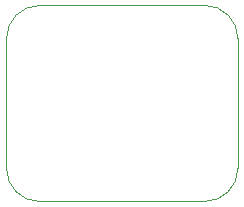
<source format=gbr>
%FSLAX34Y34*%
G04 Gerber Fmt 3.4, Leading zero omitted, Abs format*
G04 (created by PCBNEW (2014-03-19 BZR 4756)-product) date Tue 27 May 2014 12:44:42 BST*
%MOIN*%
G01*
G70*
G90*
G04 APERTURE LIST*
%ADD10C,0.005906*%
%ADD11C,0.003937*%
G04 APERTURE END LIST*
G54D10*
G54D11*
X53228Y-40157D02*
X53228Y-44488D01*
X59842Y-39055D02*
X54330Y-39055D01*
X54330Y-39055D02*
G75*
G03X53228Y-40157I0J-1102D01*
G74*
G01*
X59842Y-45590D02*
X54330Y-45590D01*
X53228Y-44488D02*
G75*
G03X54330Y-45590I1102J0D01*
G74*
G01*
X60944Y-44488D02*
X60944Y-40157D01*
X60944Y-40157D02*
G75*
G03X59842Y-39055I-1102J0D01*
G74*
G01*
X59842Y-45590D02*
G75*
G03X60944Y-44488I0J1102D01*
G74*
G01*
M02*

</source>
